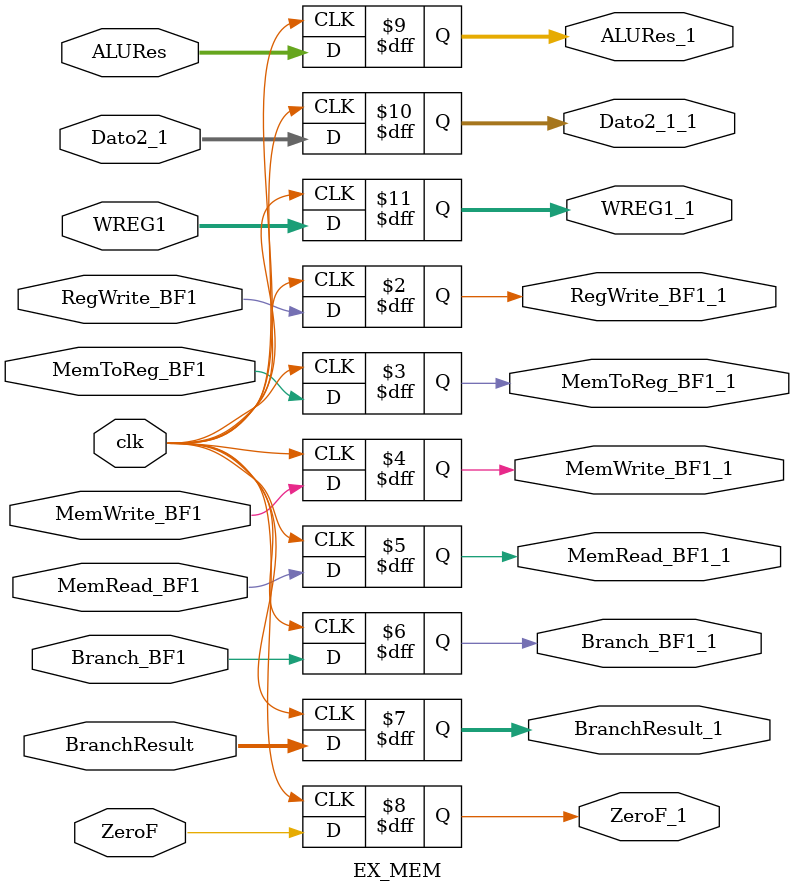
<source format=v>
`timescale 1ns / 1ns

module EX_MEM(

	input clk,
	input	RegWrite_BF1,
	input	MemToReg_BF1,
	input	MemWrite_BF1,
	input	MemRead_BF1,
	input	Branch_BF1,
	input	[31:0]BranchResult,
	input	ZeroF,
	input	[31:0]ALURes,
	input	[31:0]Dato2_1,
	input	[4:0]WREG1,
	output reg	RegWrite_BF1_1,
	output reg	MemToReg_BF1_1,
	output reg	MemWrite_BF1_1,
	output reg	MemRead_BF1_1,
	output reg	Branch_BF1_1,
	output reg	[31:0]BranchResult_1,
	output reg	ZeroF_1,
	output reg	[31:0]ALURes_1,
	output reg	[31:0]Dato2_1_1,
	output reg	[4:0]WREG1_1
	
    );

always @(posedge clk)
begin

RegWrite_BF1_1 =	RegWrite_BF1;				
MemToReg_BF1_1 =	MemToReg_BF1;
MemWrite_BF1_1 =	MemWrite_BF1;
MemRead_BF1_1	=	MemRead_BF1;
Branch_BF1_1 =	Branch_BF1;
BranchResult_1 = BranchResult;
ZeroF_1 = ZeroF;
ALURes_1 = ALURes;
Dato2_1_1 =	Dato2_1;
WREG1_1 = WREG1;

end
endmodule


</source>
